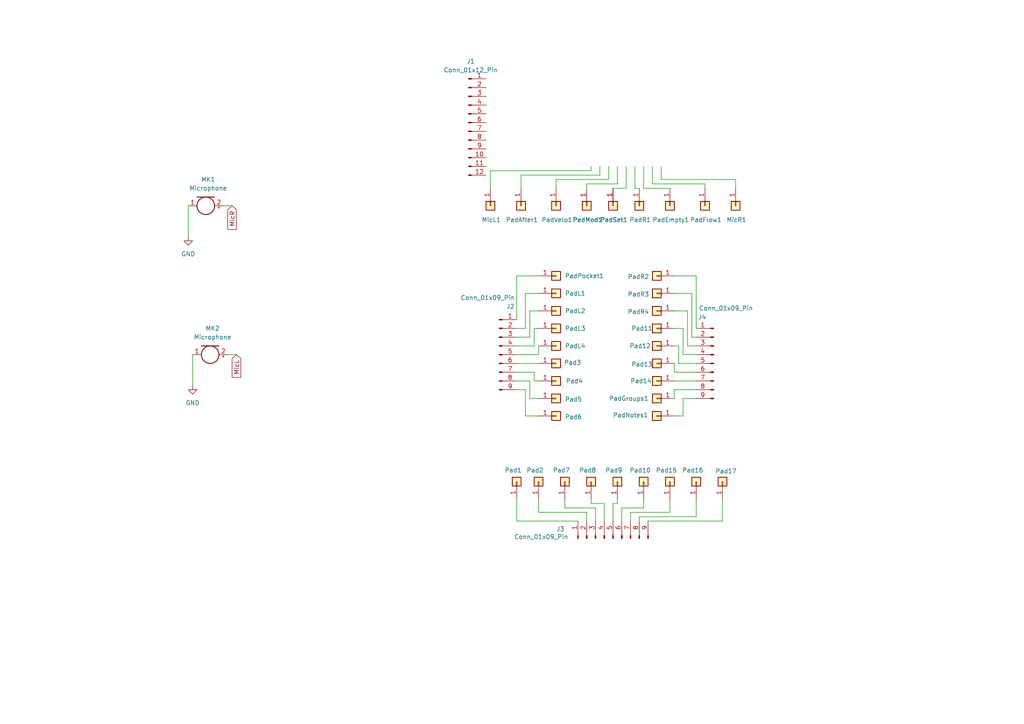
<source format=kicad_sch>
(kicad_sch (version 20231120) (generator "eeschema") (generator_version "8.0")
  (paper "A4")
  (lib_symbols
    (symbol "Connector:Conn_01x09_Pin" (pin_names (offset 1.016) hide)
      (property "Reference" "J" (at 0 12.7 0))
      (property "Value" "Conn_01x09_Pin" (at 0 -12.7 0))
      (symbol "Conn_01x09_Pin_1_1"
        (polyline (pts (xy 1.27 -10.16) (xy 0.8636 -10.16)) (stroke (width 0.1524)))
        (polyline (pts (xy 1.27 -7.62) (xy 0.8636 -7.62)) (stroke (width 0.1524)))
        (polyline (pts (xy 1.27 -5.08) (xy 0.8636 -5.08)) (stroke (width 0.1524)))
        (polyline (pts (xy 1.27 -2.54) (xy 0.8636 -2.54)) (stroke (width 0.1524)))
        (polyline (pts (xy 1.27 0) (xy 0.8636 0)) (stroke (width 0.1524)))
        (polyline (pts (xy 1.27 2.54) (xy 0.8636 2.54)) (stroke (width 0.1524)))
        (polyline (pts (xy 1.27 5.08) (xy 0.8636 5.08)) (stroke (width 0.1524)))
        (polyline (pts (xy 1.27 7.62) (xy 0.8636 7.62)) (stroke (width 0.1524)))
        (polyline (pts (xy 1.27 10.16) (xy 0.8636 10.16)) (stroke (width 0.1524)))
        (rectangle (start 0.8636 -10.033) (end 0 -10.287) (stroke (width 0.1524)) (fill (type outline)))
        (rectangle (start 0.8636 -7.493) (end 0 -7.747) (stroke (width 0.1524)) (fill (type outline)))
        (rectangle (start 0.8636 -4.953) (end 0 -5.207) (stroke (width 0.1524)) (fill (type outline)))
        (rectangle (start 0.8636 -2.413) (end 0 -2.667) (stroke (width 0.1524)) (fill (type outline)))
        (rectangle (start 0.8636 0.127) (end 0 -0.127) (stroke (width 0.1524)) (fill (type outline)))
        (rectangle (start 0.8636 2.667) (end 0 2.413) (stroke (width 0.1524)) (fill (type outline)))
        (rectangle (start 0.8636 5.207) (end 0 4.953) (stroke (width 0.1524)) (fill (type outline)))
        (rectangle (start 0.8636 7.747) (end 0 7.493) (stroke (width 0.1524)) (fill (type outline)))
        (rectangle (start 0.8636 10.287) (end 0 10.033) (stroke (width 0.1524)) (fill (type outline)))
        (pin passive line (at 5.08 10.16 180) (length 3.81) (name "Pin_1") (number "1"))
        (pin passive line (at 5.08 7.62 180) (length 3.81) (name "Pin_2") (number "2"))
        (pin passive line (at 5.08 5.08 180) (length 3.81) (name "Pin_3") (number "3"))
        (pin passive line (at 5.08 2.54 180) (length 3.81) (name "Pin_4") (number "4"))
        (pin passive line (at 5.08 0 180) (length 3.81) (name "Pin_5") (number "5"))
        (pin passive line (at 5.08 -2.54 180) (length 3.81) (name "Pin_6") (number "6"))
        (pin passive line (at 5.08 -5.08 180) (length 3.81) (name "Pin_7") (number "7"))
        (pin passive line (at 5.08 -7.62 180) (length 3.81) (name "Pin_8") (number "8"))
        (pin passive line (at 5.08 -10.16 180) (length 3.81) (name "Pin_9") (number "9"))
      )
    )
    (symbol "Connector:Conn_01x12_Pin" (pin_names (offset 1.016) hide)
      (property "Reference" "J" (at 0 15.24 0))
      (property "Value" "Conn_01x12_Pin" (at 0 -17.78 0))
      (symbol "Conn_01x12_Pin_1_1"
        (polyline (pts (xy 1.27 -15.24) (xy 0.8636 -15.24)) (stroke (width 0.1524)))
        (polyline (pts (xy 1.27 -12.7) (xy 0.8636 -12.7)) (stroke (width 0.1524)))
        (polyline (pts (xy 1.27 -10.16) (xy 0.8636 -10.16)) (stroke (width 0.1524)))
        (polyline (pts (xy 1.27 -7.62) (xy 0.8636 -7.62)) (stroke (width 0.1524)))
        (polyline (pts (xy 1.27 -5.08) (xy 0.8636 -5.08)) (stroke (width 0.1524)))
        (polyline (pts (xy 1.27 -2.54) (xy 0.8636 -2.54)) (stroke (width 0.1524)))
        (polyline (pts (xy 1.27 0) (xy 0.8636 0)) (stroke (width 0.1524)))
        (polyline (pts (xy 1.27 2.54) (xy 0.8636 2.54)) (stroke (width 0.1524)))
        (polyline (pts (xy 1.27 5.08) (xy 0.8636 5.08)) (stroke (width 0.1524)))
        (polyline (pts (xy 1.27 7.62) (xy 0.8636 7.62)) (stroke (width 0.1524)))
        (polyline (pts (xy 1.27 10.16) (xy 0.8636 10.16)) (stroke (width 0.1524)))
        (polyline (pts (xy 1.27 12.7) (xy 0.8636 12.7)) (stroke (width 0.1524)))
        (rectangle (start 0.8636 -15.113) (end 0 -15.367) (stroke (width 0.1524)) (fill (type outline)))
        (rectangle (start 0.8636 -12.573) (end 0 -12.827) (stroke (width 0.1524)) (fill (type outline)))
        (rectangle (start 0.8636 -10.033) (end 0 -10.287) (stroke (width 0.1524)) (fill (type outline)))
        (rectangle (start 0.8636 -7.493) (end 0 -7.747) (stroke (width 0.1524)) (fill (type outline)))
        (rectangle (start 0.8636 -4.953) (end 0 -5.207) (stroke (width 0.1524)) (fill (type outline)))
        (rectangle (start 0.8636 -2.413) (end 0 -2.667) (stroke (width 0.1524)) (fill (type outline)))
        (rectangle (start 0.8636 0.127) (end 0 -0.127) (stroke (width 0.1524)) (fill (type outline)))
        (rectangle (start 0.8636 2.667) (end 0 2.413) (stroke (width 0.1524)) (fill (type outline)))
        (rectangle (start 0.8636 5.207) (end 0 4.953) (stroke (width 0.1524)) (fill (type outline)))
        (rectangle (start 0.8636 7.747) (end 0 7.493) (stroke (width 0.1524)) (fill (type outline)))
        (rectangle (start 0.8636 10.287) (end 0 10.033) (stroke (width 0.1524)) (fill (type outline)))
        (rectangle (start 0.8636 12.827) (end 0 12.573) (stroke (width 0.1524)) (fill (type outline)))
        (pin passive line (at 5.08 12.7 180) (length 3.81) (name "Pin_1") (number "1"))
        (pin passive line (at 5.08 -10.16 180) (length 3.81) (name "Pin_10") (number "10"))
        (pin passive line (at 5.08 -12.7 180) (length 3.81) (name "Pin_11") (number "11"))
        (pin passive line (at 5.08 -15.24 180) (length 3.81) (name "Pin_12") (number "12"))
        (pin passive line (at 5.08 10.16 180) (length 3.81) (name "Pin_2") (number "2"))
        (pin passive line (at 5.08 7.62 180) (length 3.81) (name "Pin_3") (number "3"))
        (pin passive line (at 5.08 5.08 180) (length 3.81) (name "Pin_4") (number "4"))
        (pin passive line (at 5.08 2.54 180) (length 3.81) (name "Pin_5") (number "5"))
        (pin passive line (at 5.08 0 180) (length 3.81) (name "Pin_6") (number "6"))
        (pin passive line (at 5.08 -2.54 180) (length 3.81) (name "Pin_7") (number "7"))
        (pin passive line (at 5.08 -5.08 180) (length 3.81) (name "Pin_8") (number "8"))
        (pin passive line (at 5.08 -7.62 180) (length 3.81) (name "Pin_9") (number "9"))
      )
    )
    (symbol "Connector_Generic:Conn_01x01" (pin_names (offset 1.016) hide)
      (property "Reference" "J" (at 0 2.54 0))
      (property "Value" "Conn_01x01" (at 0 -2.54 0))
      (symbol "Conn_01x01_1_1"
        (rectangle (start -1.27 0.127) (end 0 -0.127) (stroke (width 0.1524)))
        (rectangle (start -1.27 1.27) (end 1.27 -1.27) (stroke (width 0.254)) (fill (type background)))
        (pin passive line (at -5.08 0 0) (length 3.81) (name "Pin_1") (number "1"))
      )
    )
    (symbol "Device:Microphone" (pin_names (offset 0.0254) hide)
      (property "Reference" "MK" (at -3.81 1.27 0))
      (property "Value" "Microphone" (at -3.81 -0.635 0))
      (symbol "Microphone_0_1"
        (polyline (pts (xy -2.54 2.54) (xy -2.54 -2.54)) (stroke (width 0.254)))
        (polyline (pts (xy 0.254 3.81) (xy 0.762 3.81)))
        (polyline (pts (xy 0.508 4.064) (xy 0.508 3.556)))
        (circle (center 0 0) (radius 2.54) (stroke (width 0.254)))
      )
      (symbol "Microphone_1_1"
        (pin passive line (at 0 -5.08 90) (length 2.54) (name "-") (number "1"))
        (pin passive line (at 0 5.08 270) (length 2.54) (name "+") (number "2"))
      )
    )
    (symbol "power:GND" (power) (pin_numbers hide) (pin_names (offset 0) hide)
      (property "Value" "GND" (at 0 -3.81 0))
      (symbol "GND_0_1"
        (polyline (pts (xy 0 0) (xy 0 -1.27) (xy 1.27 -1.27) (xy 0 -2.54) (xy -1.27 -1.27) (xy 0 -1.27)))
      )
      (symbol "GND_1_1"
        (pin power_in line (at 0 0 270) (length 0) (name "~") (number "1"))
      )
    )
  )
  (wire (pts (xy 179.07 48.26) (xy 179.07 53.34)))
  (wire (pts (xy 195.58 107.95) (xy 201.93 107.95)))
  (wire (pts (xy 199.39 90.17) (xy 199.39 100.33)))
  (wire (pts (xy 194.31 144.78) (xy 194.31 148.59)))
  (wire (pts (xy 156.21 102.87) (xy 149.86 102.87)))
  (wire (pts (xy 195.58 85.09) (xy 200.66 85.09)))
  (wire (pts (xy 198.12 102.87) (xy 201.93 102.87)))
  (wire (pts (xy 154.94 100.33) (xy 149.86 100.33)))
  (wire (pts (xy 209.55 144.78) (xy 209.55 151.13)))
  (wire (pts (xy 181.61 48.26) (xy 181.61 54.61)))
  (wire (pts (xy 171.45 144.78) (xy 171.45 146.05)))
  (wire (pts (xy 182.88 148.59) (xy 182.88 151.13)))
  (wire (pts (xy 189.23 48.26) (xy 189.23 53.34)))
  (wire (pts (xy 191.77 48.26) (xy 191.77 52.07)))
  (wire (pts (xy 153.67 110.49) (xy 153.67 115.57)))
  (wire (pts (xy 153.67 90.17) (xy 153.67 97.79)))
  (wire (pts (xy 176.53 52.07) (xy 161.29 52.07)))
  (wire (pts (xy 186.69 144.78) (xy 186.69 147.32)))
  (wire (pts (xy 201.93 115.57) (xy 198.12 115.57)))
  (wire (pts (xy 163.83 147.32) (xy 172.72 147.32)))
  (wire (pts (xy 180.34 147.32) (xy 180.34 151.13)))
  (wire (pts (xy 152.4 120.65) (xy 152.4 113.03)))
  (wire (pts (xy 152.4 95.25) (xy 149.86 95.25)))
  (wire (pts (xy 154.94 110.49) (xy 154.94 107.95)))
  (wire (pts (xy 189.23 53.34) (xy 204.47 53.34)))
  (wire (pts (xy 170.18 54.61) (xy 170.18 53.34)))
  (wire (pts (xy 195.58 80.01) (xy 201.93 80.01)))
  (wire (pts (xy 54.61 68.58) (xy 54.61 59.69)))
  (wire (pts (xy 156.21 80.01) (xy 149.86 80.01)))
  (wire (pts (xy 198.12 115.57) (xy 198.12 120.65)))
  (wire (pts (xy 200.66 85.09) (xy 200.66 97.79)))
  (wire (pts (xy 196.85 105.41) (xy 201.93 105.41)))
  (wire (pts (xy 185.42 54.61) (xy 184.15 54.61)))
  (wire (pts (xy 195.58 100.33) (xy 196.85 100.33)))
  (wire (pts (xy 152.4 120.65) (xy 156.21 120.65)))
  (wire (pts (xy 153.67 115.57) (xy 156.21 115.57)))
  (wire (pts (xy 170.18 148.59) (xy 170.18 151.13)))
  (wire (pts (xy 179.07 146.05) (xy 177.8 146.05)))
  (wire (pts (xy 173.99 50.8) (xy 151.13 50.8)))
  (wire (pts (xy 184.15 48.26) (xy 184.15 54.61)))
  (wire (pts (xy 177.8 146.05) (xy 177.8 151.13)))
  (wire (pts (xy 213.36 52.07) (xy 191.77 52.07)))
  (wire (pts (xy 163.83 144.78) (xy 163.83 147.32)))
  (wire (pts (xy 152.4 85.09) (xy 152.4 95.25)))
  (wire (pts (xy 213.36 54.61) (xy 213.36 52.07)))
  (wire (pts (xy 149.86 110.49) (xy 153.67 110.49)))
  (wire (pts (xy 195.58 90.17) (xy 199.39 90.17)))
  (wire (pts (xy 173.99 48.26) (xy 173.99 50.8)))
  (wire (pts (xy 195.58 115.57) (xy 195.58 113.03)))
  (wire (pts (xy 156.21 144.78) (xy 156.21 148.59)))
  (wire (pts (xy 156.21 100.33) (xy 156.21 102.87)))
  (wire (pts (xy 195.58 105.41) (xy 195.58 107.95)))
  (wire (pts (xy 176.53 48.26) (xy 176.53 52.07)))
  (wire (pts (xy 156.21 110.49) (xy 154.94 110.49)))
  (wire (pts (xy 204.47 53.34) (xy 204.47 54.61)))
  (wire (pts (xy 201.93 149.86) (xy 185.42 149.86)))
  (wire (pts (xy 154.94 95.25) (xy 154.94 100.33)))
  (wire (pts (xy 152.4 113.03) (xy 149.86 113.03)))
  (wire (pts (xy 170.18 53.34) (xy 179.07 53.34)))
  (wire (pts (xy 200.66 97.79) (xy 201.93 97.79)))
  (wire (pts (xy 198.12 120.65) (xy 195.58 120.65)))
  (wire (pts (xy 161.29 52.07) (xy 161.29 54.61)))
  (wire (pts (xy 167.64 151.13) (xy 149.86 151.13)))
  (wire (pts (xy 171.45 146.05) (xy 175.26 146.05)))
  (wire (pts (xy 156.21 85.09) (xy 152.4 85.09)))
  (wire (pts (xy 196.85 100.33) (xy 196.85 105.41)))
  (wire (pts (xy 186.69 54.61) (xy 194.31 54.61)))
  (wire (pts (xy 175.26 146.05) (xy 175.26 151.13)))
  (wire (pts (xy 172.72 147.32) (xy 172.72 151.13)))
  (wire (pts (xy 55.88 111.76) (xy 55.88 102.87)))
  (wire (pts (xy 149.86 105.41) (xy 156.21 105.41)))
  (wire (pts (xy 171.45 49.53) (xy 142.24 49.53)))
  (wire (pts (xy 186.69 147.32) (xy 180.34 147.32)))
  (wire (pts (xy 67.31 59.69) (xy 64.77 59.69)))
  (wire (pts (xy 195.58 113.03) (xy 201.93 113.03)))
  (wire (pts (xy 194.31 148.59) (xy 182.88 148.59)))
  (wire (pts (xy 154.94 107.95) (xy 149.86 107.95)))
  (wire (pts (xy 156.21 148.59) (xy 170.18 148.59)))
  (wire (pts (xy 149.86 151.13) (xy 149.86 144.78)))
  (wire (pts (xy 179.07 144.78) (xy 179.07 146.05)))
  (wire (pts (xy 185.42 149.86) (xy 185.42 151.13)))
  (wire (pts (xy 156.21 95.25) (xy 154.94 95.25)))
  (wire (pts (xy 186.69 48.26) (xy 186.69 54.61)))
  (wire (pts (xy 153.67 97.79) (xy 149.86 97.79)))
  (wire (pts (xy 156.21 90.17) (xy 153.67 90.17)))
  (wire (pts (xy 195.58 110.49) (xy 201.93 110.49)))
  (wire (pts (xy 171.45 48.26) (xy 171.45 49.53)))
  (wire (pts (xy 142.24 49.53) (xy 142.24 54.61)))
  (wire (pts (xy 177.8 54.61) (xy 181.61 54.61)))
  (wire (pts (xy 149.86 80.01) (xy 149.86 92.71)))
  (wire (pts (xy 201.93 144.78) (xy 201.93 149.86)))
  (wire (pts (xy 198.12 95.25) (xy 198.12 102.87)))
  (wire (pts (xy 201.93 80.01) (xy 201.93 95.25)))
  (wire (pts (xy 195.58 95.25) (xy 198.12 95.25)))
  (wire (pts (xy 151.13 50.8) (xy 151.13 54.61)))
  (wire (pts (xy 68.58 102.87) (xy 66.04 102.87)))
  (wire (pts (xy 199.39 100.33) (xy 201.93 100.33)))
  (wire (pts (xy 209.55 151.13) (xy 187.96 151.13)))
  (global_label "MicL" (shape input) (at 68.58 102.87 270) (property "Intersheetrefs" "${INTERSHEET_REFS}" (effects (hide yes))))
  (global_label "MicR" (shape input) (at 67.31 59.69 270) (property "Intersheetrefs" "${INTERSHEET_REFS}" (effects (hide yes))))
  (symbol (lib_id "Connector_Generic:Conn_01x01") (at 190.5 120.65 180) (unit 1)
    (property "Reference" "PadNotes1" (at 182.88 120.396 0))
    (property "Value" "Conn_01x01" (effects (hide yes)))
    (property "Footprint" "TestPoint:TestPoint_Pad_2.5x2.5mm" (effects (hide yes)))
    (property "Description" "Generic connector, single row, 01x01, script generated (kicad-library-utils/schlib/autogen/connector/)" (effects (hide yes)))
  )
  (symbol (lib_id "Connector_Generic:Conn_01x01") (at 190.5 115.57 180) (unit 1)
    (property "Reference" "PadGroups1" (at 182.372 115.57 0))
    (property "Value" "Conn_01x01" (effects (hide yes)))
    (property "Footprint" "TestPoint:TestPoint_Pad_2.5x2.5mm" (effects (hide yes)))
    (property "Description" "Generic connector, single row, 01x01, script generated (kicad-library-utils/schlib/autogen/connector/)" (effects (hide yes)))
  )
  (symbol (lib_id "power:GND") (at 54.61 68.58 0) (unit 1)
    (property "Reference" "#PWR01" (effects (hide yes)))
    (property "Value" "GND" (at 54.61 73.66 0))
    (property "Description" "Power symbol creates a global label with name \"GND\" , ground" (effects (hide yes)))
  )
  (symbol (lib_id "Connector_Generic:Conn_01x01") (at 209.55 139.7 90) (unit 1)
    (property "Reference" "Pad17" (at 210.566 136.652 90))
    (property "Value" "Conn_01x01" (effects (hide yes)))
    (property "Footprint" "TestPoint:TestPoint_Pad_2.5x2.5mm" (effects (hide yes)))
    (property "Description" "Generic connector, single row, 01x01, script generated (kicad-library-utils/schlib/autogen/connector/)" (effects (hide yes)))
  )
  (symbol (lib_id "Connector_Generic:Conn_01x01") (at 190.5 90.17 180) (unit 1)
    (property "Reference" "PadR4" (at 185.166 90.424 0))
    (property "Value" "Conn_01x01" (effects (hide yes)))
    (property "Footprint" "TestPoint:TestPoint_Pad_2.5x2.5mm" (effects (hide yes)))
    (property "Description" "Generic connector, single row, 01x01, script generated (kicad-library-utils/schlib/autogen/connector/)" (effects (hide yes)))
  )
  (symbol (lib_id "Connector_Generic:Conn_01x01") (at 194.31 59.69 270) (unit 1)
    (property "Reference" "PadEmpty1" (at 194.564 63.754 90))
    (property "Value" "Conn_01x01" (effects (hide yes)))
    (property "Footprint" "TestPoint:TestPoint_Pad_2.5x2.5mm" (effects (hide yes)))
    (property "Description" "Generic connector, single row, 01x01, script generated (kicad-library-utils/schlib/autogen/connector/)" (effects (hide yes)))
  )
  (symbol (lib_id "Connector_Generic:Conn_01x01") (at 161.29 115.57 0) (unit 1)
    (property "Reference" "Pad5" (at 163.83 115.824 0) (effects (justify left)))
    (property "Value" "Conn_01x01" (effects (hide yes)))
    (property "Footprint" "TestPoint:TestPoint_Pad_2.5x2.5mm" (effects (hide yes)))
    (property "Description" "Generic connector, single row, 01x01, script generated (kicad-library-utils/schlib/autogen/connector/)" (effects (hide yes)))
  )
  (symbol (lib_id "Connector_Generic:Conn_01x01") (at 190.5 105.41 180) (unit 1)
    (property "Reference" "Pad13" (at 186.182 105.664 0))
    (property "Value" "Conn_01x01" (effects (hide yes)))
    (property "Footprint" "TestPoint:TestPoint_Pad_2.5x2.5mm" (effects (hide yes)))
    (property "Description" "Generic connector, single row, 01x01, script generated (kicad-library-utils/schlib/autogen/connector/)" (effects (hide yes)))
  )
  (symbol (lib_id "Connector_Generic:Conn_01x01") (at 186.69 139.7 90) (unit 1)
    (property "Reference" "Pad10" (at 185.674 136.398 90))
    (property "Value" "Conn_01x01" (effects (hide yes)))
    (property "Footprint" "TestPoint:TestPoint_Pad_2.5x2.5mm" (effects (hide yes)))
    (property "Description" "Generic connector, single row, 01x01, script generated (kicad-library-utils/schlib/autogen/connector/)" (effects (hide yes)))
  )
  (symbol (lib_id "Connector_Generic:Conn_01x01") (at 170.18 59.69 270) (unit 1)
    (property "Reference" "PadMod1" (at 170.434 63.754 90))
    (property "Value" "Conn_01x01" (effects (hide yes)))
    (property "Footprint" "TestPoint:TestPoint_Pad_2.5x2.5mm" (effects (hide yes)))
    (property "Description" "Generic connector, single row, 01x01, script generated (kicad-library-utils/schlib/autogen/connector/)" (effects (hide yes)))
  )
  (symbol (lib_id "Connector_Generic:Conn_01x01") (at 177.8 59.69 270) (unit 1)
    (property "Reference" "PadSet1" (at 178.054 63.754 90))
    (property "Value" "Conn_01x01" (effects (hide yes)))
    (property "Footprint" "TestPoint:TestPoint_Pad_2.5x2.5mm" (effects (hide yes)))
    (property "Description" "Generic connector, single row, 01x01, script generated (kicad-library-utils/schlib/autogen/connector/)" (effects (hide yes)))
  )
  (symbol (lib_id "Connector_Generic:Conn_01x01") (at 161.29 90.17 0) (unit 1)
    (property "Reference" "PadL2" (at 163.83 90.1699 0) (effects (justify left)))
    (property "Value" "Conn_01x01" (effects (hide yes)))
    (property "Footprint" "TestPoint:TestPoint_Pad_2.5x2.5mm" (effects (hide yes)))
    (property "Description" "Generic connector, single row, 01x01, script generated (kicad-library-utils/schlib/autogen/connector/)" (effects (hide yes)))
  )
  (symbol (lib_id "Connector_Generic:Conn_01x01") (at 161.29 110.49 0) (unit 1)
    (property "Reference" "Pad4" (at 164.084 110.49 0) (effects (justify left)))
    (property "Value" "Conn_01x01" (effects (hide yes)))
    (property "Footprint" "TestPoint:TestPoint_Pad_2.5x2.5mm" (effects (hide yes)))
    (property "Description" "Generic connector, single row, 01x01, script generated (kicad-library-utils/schlib/autogen/connector/)" (effects (hide yes)))
  )
  (symbol (lib_id "Device:Microphone") (at 60.96 102.87 270) (unit 1)
    (property "Reference" "MK2" (at 61.6585 95.25 90))
    (property "Value" "Microphone" (at 61.6585 97.79 90))
    (property "Footprint" "soundpad_library:AOM-5024L-HD-R" (effects (hide yes)))
    (property "Description" "Microphone" (effects (hide yes)))
  )
  (symbol (lib_id "Connector_Generic:Conn_01x01") (at 190.5 85.09 180) (unit 1)
    (property "Reference" "PadR3" (at 185.166 85.344 0))
    (property "Value" "Conn_01x01" (effects (hide yes)))
    (property "Footprint" "TestPoint:TestPoint_Pad_2.5x2.5mm" (effects (hide yes)))
    (property "Description" "Generic connector, single row, 01x01, script generated (kicad-library-utils/schlib/autogen/connector/)" (effects (hide yes)))
  )
  (symbol (lib_id "Connector_Generic:Conn_01x01") (at 151.13 59.69 270) (unit 1)
    (property "Reference" "PadAfter1" (at 151.384 63.754 90))
    (property "Value" "Conn_01x01" (effects (hide yes)))
    (property "Footprint" "TestPoint:TestPoint_Pad_2.5x2.5mm" (effects (hide yes)))
    (property "Description" "Generic connector, single row, 01x01, script generated (kicad-library-utils/schlib/autogen/connector/)" (effects (hide yes)))
  )
  (symbol (lib_id "Connector_Generic:Conn_01x01") (at 190.5 110.49 180) (unit 1)
    (property "Reference" "Pad14" (at 185.928 110.49 0))
    (property "Value" "Conn_01x01" (effects (hide yes)))
    (property "Footprint" "TestPoint:TestPoint_Pad_2.5x2.5mm" (effects (hide yes)))
    (property "Description" "Generic connector, single row, 01x01, script generated (kicad-library-utils/schlib/autogen/connector/)" (effects (hide yes)))
  )
  (symbol (lib_id "Connector_Generic:Conn_01x01") (at 179.07 139.7 90) (unit 1)
    (property "Reference" "Pad9" (at 178.054 136.398 90))
    (property "Value" "Conn_01x01" (effects (hide yes)))
    (property "Footprint" "TestPoint:TestPoint_Pad_2.5x2.5mm" (effects (hide yes)))
    (property "Description" "Generic connector, single row, 01x01, script generated (kicad-library-utils/schlib/autogen/connector/)" (effects (hide yes)))
  )
  (symbol (lib_id "Connector_Generic:Conn_01x01") (at 194.31 139.7 90) (unit 1)
    (property "Reference" "Pad15" (at 193.294 136.398 90))
    (property "Value" "Conn_01x01" (effects (hide yes)))
    (property "Footprint" "TestPoint:TestPoint_Pad_2.5x2.5mm" (effects (hide yes)))
    (property "Description" "Generic connector, single row, 01x01, script generated (kicad-library-utils/schlib/autogen/connector/)" (effects (hide yes)))
  )
  (symbol (lib_id "Connector_Generic:Conn_01x01") (at 156.21 139.7 90) (unit 1)
    (property "Reference" "Pad2" (at 155.194 136.398 90))
    (property "Value" "Conn_01x01" (effects (hide yes)))
    (property "Footprint" "TestPoint:TestPoint_Pad_2.5x2.5mm" (effects (hide yes)))
    (property "Description" "Generic connector, single row, 01x01, script generated (kicad-library-utils/schlib/autogen/connector/)" (effects (hide yes)))
  )
  (symbol (lib_id "Connector:Conn_01x09_Pin") (at 177.8 156.21 90) (unit 1)
    (property "Reference" "J3" (at 162.56 153.416 90))
    (property "Value" "Conn_01x09_Pin" (at 156.972 155.702 90))
    (property "Footprint" "Connector_PinHeader_1.27mm:PinHeader_1x09_P1.27mm_Vertical_SMD_Pin1Left" (effects (hide yes)))
    (property "Description" "Generic connector, single row, 01x09, script generated" (effects (hide yes)))
  )
  (symbol (lib_id "Connector_Generic:Conn_01x01") (at 190.5 80.01 180) (unit 1)
    (property "Reference" "PadR2" (at 185.166 80.264 0))
    (property "Value" "Conn_01x01" (effects (hide yes)))
    (property "Footprint" "TestPoint:TestPoint_Pad_2.5x2.5mm" (effects (hide yes)))
    (property "Description" "Generic connector, single row, 01x01, script generated (kicad-library-utils/schlib/autogen/connector/)" (effects (hide yes)))
  )
  (symbol (lib_id "Connector_Generic:Conn_01x01") (at 190.5 100.33 180) (unit 1)
    (property "Reference" "Pad12" (at 185.674 100.33 0))
    (property "Value" "Conn_01x01" (effects (hide yes)))
    (property "Footprint" "TestPoint:TestPoint_Pad_2.5x2.5mm" (effects (hide yes)))
    (property "Description" "Generic connector, single row, 01x01, script generated (kicad-library-utils/schlib/autogen/connector/)" (effects (hide yes)))
  )
  (symbol (lib_id "Connector:Conn_01x09_Pin") (at 207.01 105.41 0) (mirror y) (unit 1)
    (property "Reference" "J4" (at 202.438 91.948 0) (effects (justify right)))
    (property "Value" "Conn_01x09_Pin" (at 202.692 89.408 0) (effects (justify right)))
    (property "Footprint" "Connector_PinHeader_1.27mm:PinHeader_1x09_P1.27mm_Vertical_SMD_Pin1Left" (effects (hide yes)))
    (property "Description" "Generic connector, single row, 01x09, script generated" (effects (hide yes)))
  )
  (symbol (lib_id "Connector_Generic:Conn_01x01") (at 161.29 85.09 0) (unit 1)
    (property "Reference" "PadL1" (at 163.83 85.0899 0) (effects (justify left)))
    (property "Value" "Conn_01x01" (effects (hide yes)))
    (property "Footprint" "TestPoint:TestPoint_Pad_2.5x2.5mm" (effects (hide yes)))
    (property "Description" "Generic connector, single row, 01x01, script generated (kicad-library-utils/schlib/autogen/connector/)" (effects (hide yes)))
  )
  (symbol (lib_id "Connector_Generic:Conn_01x01") (at 161.29 120.65 0) (unit 1)
    (property "Reference" "Pad6" (at 163.83 120.904 0) (effects (justify left)))
    (property "Value" "Conn_01x01" (effects (hide yes)))
    (property "Footprint" "TestPoint:TestPoint_Pad_2.5x2.5mm" (effects (hide yes)))
    (property "Description" "Generic connector, single row, 01x01, script generated (kicad-library-utils/schlib/autogen/connector/)" (effects (hide yes)))
  )
  (symbol (lib_id "Connector:Conn_01x12_Pin") (at 135.89 35.56 0) (unit 1)
    (property "Reference" "J1" (at 136.525 17.78 0))
    (property "Value" "Conn_01x12_Pin" (at 136.525 20.32 0))
    (property "Footprint" "Connector_PinHeader_1.27mm:PinHeader_1x12_P1.27mm_Vertical_SMD_Pin1Left" (effects (hide yes)))
    (property "Description" "Generic connector, single row, 01x12, script generated" (effects (hide yes)))
  )
  (symbol (lib_id "Connector_Generic:Conn_01x01") (at 204.47 59.69 270) (unit 1)
    (property "Reference" "PadFlow1" (at 204.724 63.754 90))
    (property "Value" "Conn_01x01" (effects (hide yes)))
    (property "Footprint" "TestPoint:TestPoint_Pad_2.5x2.5mm" (effects (hide yes)))
    (property "Description" "Generic connector, single row, 01x01, script generated (kicad-library-utils/schlib/autogen/connector/)" (effects (hide yes)))
  )
  (symbol (lib_id "Connector_Generic:Conn_01x01") (at 213.36 59.69 270) (unit 1)
    (property "Reference" "MicR1" (at 213.614 63.754 90))
    (property "Value" "Conn_01x01" (effects (hide yes)))
    (property "Footprint" "TestPoint:TestPoint_Pad_2.5x2.5mm" (effects (hide yes)))
    (property "Description" "Generic connector, single row, 01x01, script generated (kicad-library-utils/schlib/autogen/connector/)" (effects (hide yes)))
  )
  (symbol (lib_id "Connector_Generic:Conn_01x01") (at 161.29 59.69 270) (unit 1)
    (property "Reference" "PadVelo1" (at 161.544 63.754 90))
    (property "Value" "Conn_01x01" (effects (hide yes)))
    (property "Footprint" "TestPoint:TestPoint_Pad_2.5x2.5mm" (effects (hide yes)))
    (property "Description" "Generic connector, single row, 01x01, script generated (kicad-library-utils/schlib/autogen/connector/)" (effects (hide yes)))
  )
  (symbol (lib_id "Connector_Generic:Conn_01x01") (at 161.29 105.41 0) (unit 1)
    (property "Reference" "Pad3" (at 163.576 105.156 0) (effects (justify left)))
    (property "Value" "Conn_01x01" (effects (hide yes)))
    (property "Footprint" "TestPoint:TestPoint_Pad_2.5x2.5mm" (effects (hide yes)))
    (property "Description" "Generic connector, single row, 01x01, script generated (kicad-library-utils/schlib/autogen/connector/)" (effects (hide yes)))
  )
  (symbol (lib_id "Connector_Generic:Conn_01x01") (at 190.5 95.25 180) (unit 1)
    (property "Reference" "Pad11" (at 186.182 95.25 0))
    (property "Value" "Conn_01x01" (effects (hide yes)))
    (property "Footprint" "TestPoint:TestPoint_Pad_2.5x2.5mm" (effects (hide yes)))
    (property "Description" "Generic connector, single row, 01x01, script generated (kicad-library-utils/schlib/autogen/connector/)" (effects (hide yes)))
  )
  (symbol (lib_id "Connector_Generic:Conn_01x01") (at 161.29 80.01 0) (unit 1)
    (property "Reference" "PadPocket1" (at 163.83 80.0099 0) (effects (justify left)))
    (property "Value" "Conn_01x01" (effects (hide yes)))
    (property "Footprint" "TestPoint:TestPoint_Pad_2.5x2.5mm" (effects (hide yes)))
    (property "Description" "Generic connector, single row, 01x01, script generated (kicad-library-utils/schlib/autogen/connector/)" (effects (hide yes)))
  )
  (symbol (lib_id "Device:Microphone") (at 59.69 59.69 270) (unit 1)
    (property "Reference" "MK1" (at 60.3885 52.07 90))
    (property "Value" "Microphone" (at 60.3885 54.61 90))
    (property "Footprint" "soundpad_library:AOM-5024L-HD-R" (effects (hide yes)))
    (property "Description" "Microphone" (effects (hide yes)))
  )
  (symbol (lib_id "Connector_Generic:Conn_01x01") (at 201.93 139.7 90) (unit 1)
    (property "Reference" "Pad16" (at 200.914 136.398 90))
    (property "Value" "Conn_01x01" (effects (hide yes)))
    (property "Footprint" "TestPoint:TestPoint_Pad_2.5x2.5mm" (effects (hide yes)))
    (property "Description" "Generic connector, single row, 01x01, script generated (kicad-library-utils/schlib/autogen/connector/)" (effects (hide yes)))
  )
  (symbol (lib_id "Connector_Generic:Conn_01x01") (at 149.86 139.7 90) (unit 1)
    (property "Reference" "Pad1" (at 148.844 136.398 90))
    (property "Value" "Conn_01x01" (effects (hide yes)))
    (property "Footprint" "TestPoint:TestPoint_Pad_2.5x2.5mm" (effects (hide yes)))
    (property "Description" "Generic connector, single row, 01x01, script generated (kicad-library-utils/schlib/autogen/connector/)" (effects (hide yes)))
  )
  (symbol (lib_id "Connector:Conn_01x09_Pin") (at 144.78 102.87 0) (unit 1)
    (property "Reference" "J2" (at 148.082 88.9 0))
    (property "Value" "Conn_01x09_Pin" (at 141.478 86.36 0))
    (property "Footprint" "Connector_PinHeader_1.27mm:PinHeader_1x09_P1.27mm_Vertical_SMD_Pin1Left" (effects (hide yes)))
    (property "Description" "Generic connector, single row, 01x09, script generated" (effects (hide yes)))
  )
  (symbol (lib_id "power:GND") (at 55.88 111.76 0) (unit 1)
    (property "Reference" "#PWR02" (effects (hide yes)))
    (property "Value" "GND" (at 55.88 116.84 0))
    (property "Description" "Power symbol creates a global label with name \"GND\" , ground" (effects (hide yes)))
  )
  (symbol (lib_id "Connector_Generic:Conn_01x01") (at 171.45 139.7 90) (unit 1)
    (property "Reference" "Pad8" (at 170.434 136.398 90))
    (property "Value" "Conn_01x01" (effects (hide yes)))
    (property "Footprint" "TestPoint:TestPoint_Pad_2.5x2.5mm" (effects (hide yes)))
    (property "Description" "Generic connector, single row, 01x01, script generated (kicad-library-utils/schlib/autogen/connector/)" (effects (hide yes)))
  )
  (symbol (lib_id "Connector_Generic:Conn_01x01") (at 161.29 100.33 0) (unit 1)
    (property "Reference" "PadL4" (at 163.83 100.3299 0) (effects (justify left)))
    (property "Value" "Conn_01x01" (effects (hide yes)))
    (property "Footprint" "TestPoint:TestPoint_Pad_2.5x2.5mm" (effects (hide yes)))
    (property "Description" "Generic connector, single row, 01x01, script generated (kicad-library-utils/schlib/autogen/connector/)" (effects (hide yes)))
  )
  (symbol (lib_id "Connector_Generic:Conn_01x01") (at 185.42 59.69 270) (unit 1)
    (property "Reference" "PadR1" (at 185.674 63.754 90))
    (property "Value" "Conn_01x01" (effects (hide yes)))
    (property "Footprint" "TestPoint:TestPoint_Pad_2.5x2.5mm" (effects (hide yes)))
    (property "Description" "Generic connector, single row, 01x01, script generated (kicad-library-utils/schlib/autogen/connector/)" (effects (hide yes)))
  )
  (symbol (lib_id "Connector_Generic:Conn_01x01") (at 161.29 95.25 0) (unit 1)
    (property "Reference" "PadL3" (at 163.83 95.2499 0) (effects (justify left)))
    (property "Value" "Conn_01x01" (effects (hide yes)))
    (property "Footprint" "TestPoint:TestPoint_Pad_2.5x2.5mm" (effects (hide yes)))
    (property "Description" "Generic connector, single row, 01x01, script generated (kicad-library-utils/schlib/autogen/connector/)" (effects (hide yes)))
  )
  (symbol (lib_id "Connector_Generic:Conn_01x01") (at 142.24 59.69 270) (unit 1)
    (property "Reference" "MicL1" (at 142.494 63.754 90))
    (property "Value" "Conn_01x01" (effects (hide yes)))
    (property "Footprint" "TestPoint:TestPoint_Pad_2.5x2.5mm" (effects (hide yes)))
    (property "Description" "Generic connector, single row, 01x01, script generated (kicad-library-utils/schlib/autogen/connector/)" (effects (hide yes)))
  )
  (symbol (lib_id "Connector_Generic:Conn_01x01") (at 163.83 139.7 90) (unit 1)
    (property "Reference" "Pad7" (at 162.814 136.398 90))
    (property "Value" "Conn_01x01" (effects (hide yes)))
    (property "Footprint" "TestPoint:TestPoint_Pad_2.5x2.5mm" (effects (hide yes)))
    (property "Description" "Generic connector, single row, 01x01, script generated (kicad-library-utils/schlib/autogen/connector/)" (effects (hide yes)))
  )
)
</source>
